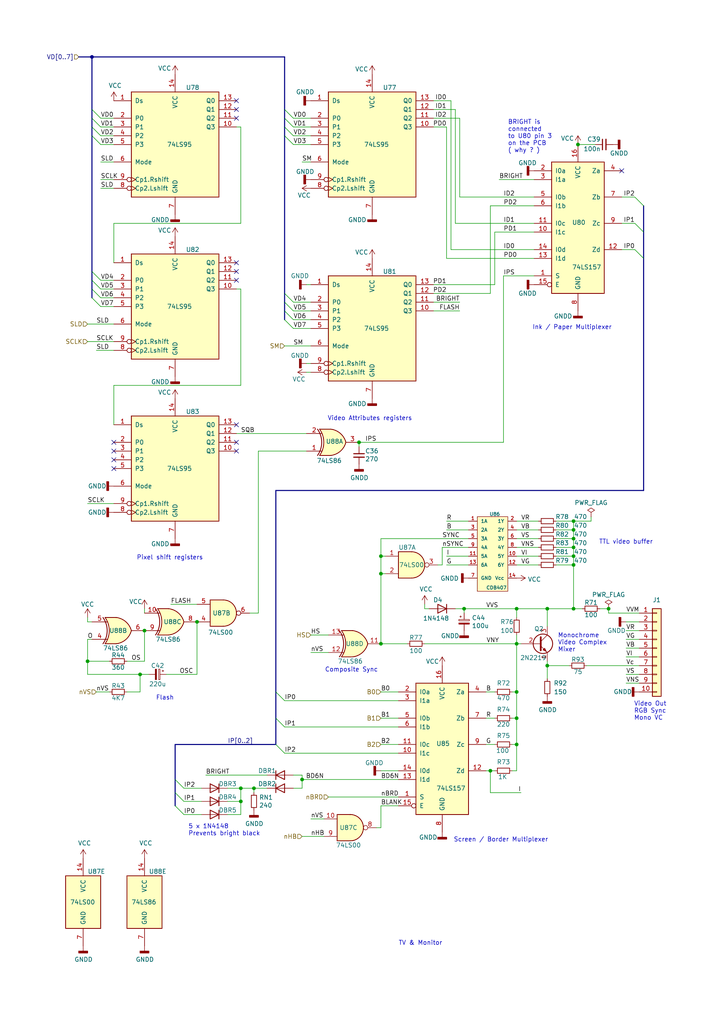
<source format=kicad_sch>
(kicad_sch (version 20230121) (generator eeschema)
  (paper "A4" portrait)
  (lib_symbols
    (symbol "74xx:74LS00" (pin_names (offset 1.016))
      (property "Reference" "U" (at 0 1.27 0))
      (property "Value" "74LS00" (at 0 -1.27 0))
      (symbol "74LS00_1_1"
        (pin input line (at -7.62 2.54 0) (length 3.81) (name "~") (number "1"))
        (pin input line (at -7.62 -2.54 0) (length 3.81) (name "~") (number "2"))
        (pin output inverted (at 7.62 0 180) (length 3.81) (name "~") (number "3"))
      )
      (symbol "74LS00_1_2"
        (pin input inverted (at -7.62 2.54 0) (length 4.318) (name "~") (number "1"))
        (pin input inverted (at -7.62 -2.54 0) (length 4.318) (name "~") (number "2"))
        (pin output line (at 7.62 0 180) (length 3.81) (name "~") (number "3"))
      )
      (symbol "74LS00_2_1"
        (pin input line (at -7.62 2.54 0) (length 3.81) (name "~") (number "4"))
        (pin input line (at -7.62 -2.54 0) (length 3.81) (name "~") (number "5"))
        (pin output inverted (at 7.62 0 180) (length 3.81) (name "~") (number "6"))
      )
      (symbol "74LS00_2_2"
        (pin input inverted (at -7.62 2.54 0) (length 4.318) (name "~") (number "4"))
        (pin input inverted (at -7.62 -2.54 0) (length 4.318) (name "~") (number "5"))
        (pin output line (at 7.62 0 180) (length 3.81) (name "~") (number "6"))
      )
      (symbol "74LS00_3_1"
        (pin input line (at -7.62 -2.54 0) (length 3.81) (name "~") (number "10"))
        (pin output inverted (at 7.62 0 180) (length 3.81) (name "~") (number "8"))
        (pin input line (at -7.62 2.54 0) (length 3.81) (name "~") (number "9"))
      )
      (symbol "74LS00_3_2"
        (pin input inverted (at -7.62 -2.54 0) (length 4.318) (name "~") (number "10"))
        (pin output line (at 7.62 0 180) (length 3.81) (name "~") (number "8"))
        (pin input inverted (at -7.62 2.54 0) (length 4.318) (name "~") (number "9"))
      )
      (symbol "74LS00_4_1"
        (pin output inverted (at 7.62 0 180) (length 3.81) (name "~") (number "11"))
        (pin input line (at -7.62 2.54 0) (length 3.81) (name "~") (number "12"))
        (pin input line (at -7.62 -2.54 0) (length 3.81) (name "~") (number "13"))
      )
      (symbol "74LS00_4_2"
        (pin output line (at 7.62 0 180) (length 3.81) (name "~") (number "11"))
        (pin input inverted (at -7.62 2.54 0) (length 4.318) (name "~") (number "12"))
        (pin input inverted (at -7.62 -2.54 0) (length 4.318) (name "~") (number "13"))
      )
      (symbol "74LS00_5_0"
        (pin power_in line (at 0 12.7 270) (length 5.08) (name "VCC") (number "14"))
        (pin power_in line (at 0 -12.7 90) (length 5.08) (name "GND") (number "7"))
      )
    )
    (symbol "74xx:74LS157" (pin_names (offset 1.016))
      (property "Reference" "U" (at -7.62 19.05 0))
      (property "Value" "74LS157" (at -7.62 -21.59 0))
      (symbol "74LS157_1_0"
        (pin input line (at -12.7 -15.24 0) (length 5.08) (name "S") (number "1"))
        (pin input line (at -12.7 -2.54 0) (length 5.08) (name "I1c") (number "10"))
        (pin input line (at -12.7 0 0) (length 5.08) (name "I0c") (number "11"))
        (pin output line (at 12.7 -7.62 180) (length 5.08) (name "Zd") (number "12"))
        (pin input line (at -12.7 -10.16 0) (length 5.08) (name "I1d") (number "13"))
        (pin input line (at -12.7 -7.62 0) (length 5.08) (name "I0d") (number "14"))
        (pin input inverted (at -12.7 -17.78 0) (length 5.08) (name "E") (number "15"))
        (pin power_in line (at 0 22.86 270) (length 5.08) (name "VCC") (number "16"))
        (pin input line (at -12.7 15.24 0) (length 5.08) (name "I0a") (number "2"))
        (pin input line (at -12.7 12.7 0) (length 5.08) (name "I1a") (number "3"))
        (pin output line (at 12.7 15.24 180) (length 5.08) (name "Za") (number "4"))
        (pin input line (at -12.7 7.62 0) (length 5.08) (name "I0b") (number "5"))
        (pin input line (at -12.7 5.08 0) (length 5.08) (name "I1b") (number "6"))
        (pin output line (at 12.7 7.62 180) (length 5.08) (name "Zb") (number "7"))
        (pin power_in line (at 0 -25.4 90) (length 5.08) (name "GND") (number "8"))
        (pin output line (at 12.7 0 180) (length 5.08) (name "Zc") (number "9"))
      )
    )
    (symbol "74xx:74LS86" (pin_names (offset 1.016))
      (property "Reference" "U" (at 0 1.27 0))
      (property "Value" "74LS86" (at 0 -1.27 0))
      (symbol "74LS86_1_0"
        (pin input line (at -7.62 2.54 0) (length 4.445) (name "~") (number "1"))
        (pin input line (at -7.62 -2.54 0) (length 4.445) (name "~") (number "2"))
        (pin output line (at 7.62 0 180) (length 3.81) (name "~") (number "3"))
      )
      (symbol "74LS86_2_0"
        (pin input line (at -7.62 2.54 0) (length 4.445) (name "~") (number "4"))
        (pin input line (at -7.62 -2.54 0) (length 4.445) (name "~") (number "5"))
        (pin output line (at 7.62 0 180) (length 3.81) (name "~") (number "6"))
      )
      (symbol "74LS86_3_0"
        (pin input line (at -7.62 -2.54 0) (length 4.445) (name "~") (number "10"))
        (pin output line (at 7.62 0 180) (length 3.81) (name "~") (number "8"))
        (pin input line (at -7.62 2.54 0) (length 4.445) (name "~") (number "9"))
      )
      (symbol "74LS86_4_0"
        (pin output line (at 7.62 0 180) (length 3.81) (name "~") (number "11"))
        (pin input line (at -7.62 2.54 0) (length 4.445) (name "~") (number "12"))
        (pin input line (at -7.62 -2.54 0) (length 4.445) (name "~") (number "13"))
      )
      (symbol "74LS86_5_0"
        (pin power_in line (at 0 12.7 270) (length 5.08) (name "VCC") (number "14"))
        (pin power_in line (at 0 -12.7 90) (length 5.08) (name "GND") (number "7"))
      )
    )
    (symbol "74xx:74LS95" (pin_names (offset 1.016))
      (property "Reference" "U" (at -7.62 16.51 0))
      (property "Value" "74LS95" (at -7.62 -16.51 0))
      (symbol "74LS95_1_0"
        (pin input line (at -17.78 12.7 0) (length 5.08) (name "Ds") (number "1"))
        (pin output line (at 17.78 5.08 180) (length 5.08) (name "Q3") (number "10"))
        (pin output line (at 17.78 7.62 180) (length 5.08) (name "Q2") (number "11"))
        (pin output line (at 17.78 10.16 180) (length 5.08) (name "Q1") (number "12"))
        (pin output line (at 17.78 12.7 180) (length 5.08) (name "Q0") (number "13"))
        (pin power_in line (at 0 20.32 270) (length 5.08) (name "VCC") (number "14"))
        (pin input line (at -17.78 7.62 0) (length 5.08) (name "P0") (number "2"))
        (pin input line (at -17.78 5.08 0) (length 5.08) (name "P1") (number "3"))
        (pin input line (at -17.78 2.54 0) (length 5.08) (name "P2") (number "4"))
        (pin input line (at -17.78 0 0) (length 5.08) (name "P3") (number "5"))
        (pin input line (at -17.78 -5.08 0) (length 5.08) (name "Mode") (number "6"))
        (pin power_in line (at 0 -20.32 90) (length 5.08) (name "GND") (number "7"))
        (pin input inverted_clock (at -17.78 -12.7 0) (length 5.08) (name "Cp2.Lshift") (number "8"))
        (pin input inverted_clock (at -17.78 -10.16 0) (length 5.08) (name "Cp1.Rshift") (number "9"))
      )
    )
    (symbol "Connector_Generic:Conn_01x10" (pin_names (offset 1.016) hide)
      (property "Reference" "J" (at 0 12.7 0))
      (property "Value" "Conn_01x10" (at 0 -15.24 0))
      (symbol "Conn_01x10_1_1"
        (pin passive line (at -5.08 10.16 0) (length 3.81) (name "Pin_1") (number "1"))
        (pin passive line (at -5.08 -12.7 0) (length 3.81) (name "Pin_10") (number "10"))
        (pin passive line (at -5.08 7.62 0) (length 3.81) (name "Pin_2") (number "2"))
        (pin passive line (at -5.08 5.08 0) (length 3.81) (name "Pin_3") (number "3"))
        (pin passive line (at -5.08 2.54 0) (length 3.81) (name "Pin_4") (number "4"))
        (pin passive line (at -5.08 0 0) (length 3.81) (name "Pin_5") (number "5"))
        (pin passive line (at -5.08 -2.54 0) (length 3.81) (name "Pin_6") (number "6"))
        (pin passive line (at -5.08 -5.08 0) (length 3.81) (name "Pin_7") (number "7"))
        (pin passive line (at -5.08 -7.62 0) (length 3.81) (name "Pin_8") (number "8"))
        (pin passive line (at -5.08 -10.16 0) (length 3.81) (name "Pin_9") (number "9"))
      )
    )
    (symbol "Device:C_Polarized_Small" (pin_numbers hide) (pin_names (offset 0.254) hide)
      (property "Reference" "C" (at 0.254 1.778 0))
      (property "Value" "C_Polarized_Small" (at 0.254 -2.032 0))
      (symbol "C_Polarized_Small_1_1"
        (pin passive line (at 0 2.54 270) (length 1.8542) (name "~") (number "1"))
        (pin passive line (at 0 -2.54 90) (length 1.8542) (name "~") (number "2"))
      )
    )
    (symbol "Device:C_Small" (pin_numbers hide) (pin_names (offset 0.254) hide)
      (property "Reference" "C" (at 0.254 1.778 0))
      (property "Value" "C_Small" (at 0.254 -2.032 0))
      (symbol "C_Small_1_1"
        (pin passive line (at 0 2.54 270) (length 2.032) (name "~") (number "1"))
        (pin passive line (at 0 -2.54 90) (length 2.032) (name "~") (number "2"))
      )
    )
    (symbol "Device:R_Small" (pin_numbers hide) (pin_names (offset 0.254) hide)
      (property "Reference" "R" (at 0.762 0.508 0))
      (property "Value" "R_Small" (at 0.762 -1.016 0))
      (symbol "R_Small_1_1"
        (pin passive line (at 0 2.54 270) (length 0.762) (name "~") (number "1"))
        (pin passive line (at 0 -2.54 90) (length 0.762) (name "~") (number "2"))
      )
    )
    (symbol "Diode:1N4148" (pin_numbers hide) (pin_names hide)
      (property "Reference" "D" (at 0 2.54 0))
      (property "Value" "1N4148" (at 0 -2.54 0))
      (symbol "1N4148_1_1"
        (pin passive line (at -3.81 0 0) (length 2.54) (name "K") (number "1"))
        (pin passive line (at 3.81 0 180) (length 2.54) (name "A") (number "2"))
      )
    )
    (symbol "Transistor_BJT:2N2219" (pin_names (offset 0) hide)
      (property "Reference" "Q" (at 5.08 1.905 0))
      (property "Value" "2N2219" (at 5.08 0 0))
      (symbol "2N2219_1_1"
        (pin passive line (at 2.54 -5.08 90) (length 2.54) (name "E") (number "1"))
        (pin passive line (at -5.08 0 0) (length 5.715) (name "B") (number "2"))
        (pin passive line (at 2.54 5.08 270) (length 2.54) (name "C") (number "3"))
      )
    )
    (symbol "cobra_original:CDB407" (pin_names (offset 1.016))
      (property "Reference" "U" (at -3.81 1.27 0))
      (property "Value" "CDB407" (at -1.27 -20.32 0))
      (symbol "CDB407_1_1"
        (pin input line (at -7.62 -1.27 0) (length 2.54) (name "1A") (number "1"))
        (pin open_collector line (at 6.35 -11.43 180) (length 2.54) (name "5Y") (number "10"))
        (pin input line (at -7.62 -11.43 0) (length 2.54) (name "5A") (number "11"))
        (pin open_collector line (at 6.35 -13.97 180) (length 2.54) (name "6Y") (number "12"))
        (pin input line (at -7.62 -13.97 0) (length 2.54) (name "6A") (number "13"))
        (pin power_in line (at 6.35 -17.78 180) (length 2.54) (name "Vcc") (number "14"))
        (pin open_collector line (at 6.35 -1.27 180) (length 2.54) (name "1Y") (number "2"))
        (pin input line (at -7.62 -3.81 0) (length 2.54) (name "2A") (number "3"))
        (pin open_collector line (at 6.35 -3.81 180) (length 2.54) (name "2Y") (number "4"))
        (pin input line (at -7.62 -6.35 0) (length 2.54) (name "3A") (number "5"))
        (pin open_collector line (at 6.35 -6.35 180) (length 2.54) (name "3Y") (number "6"))
        (pin power_in line (at -7.62 -17.78 0) (length 2.54) (name "GND") (number "7"))
        (pin open_collector line (at 6.35 -8.89 180) (length 2.54) (name "4Y") (number "8"))
        (pin input line (at -7.62 -8.89 0) (length 2.54) (name "4A") (number "9"))
      )
    )
    (symbol "power:GNDD" (power) (pin_names (offset 0))
      (property "Value" "GNDD" (at 0 -3.175 0))
      (symbol "GNDD_1_1"
        (pin power_in line (at 0 0 270) (length 0) hide (name "GNDD") (number "1"))
      )
    )
    (symbol "power:PWR_FLAG" (power) (pin_numbers hide) (pin_names (offset 0) hide)
      (property "Value" "PWR_FLAG" (at 0 3.81 0))
      (symbol "PWR_FLAG_0_0"
        (pin power_out line (at 0 0 90) (length 0) (name "pwr") (number "1"))
      )
    )
    (symbol "power:VCC" (power) (pin_names (offset 0))
      (property "Value" "VCC" (at 0 3.81 0))
      (symbol "VCC_1_1"
        (pin power_in line (at 0 0 90) (length 0) hide (name "VCC") (number "1"))
      )
    )
  )
  (junction (at 166.37 153.67))
  (junction (at 149.86 186.69))
  (junction (at 166.37 161.29))
  (junction (at 110.49 161.29))
  (junction (at 73.66 228.6))
  (junction (at 158.75 176.53))
  (junction (at 167.64 41.91))
  (junction (at 149.86 208.28))
  (junction (at 149.86 176.53))
  (junction (at 69.85 232.41))
  (junction (at 110.49 186.69))
  (junction (at 26.67 16.51))
  (junction (at 104.14 128.27))
  (junction (at 57.15 180.34))
  (junction (at 142.24 223.52))
  (junction (at 69.85 228.6))
  (junction (at 158.75 193.04))
  (junction (at 166.37 151.13))
  (junction (at 134.62 176.53))
  (junction (at 25.4 191.77))
  (junction (at 110.49 166.37))
  (junction (at 166.37 156.21))
  (junction (at 149.86 215.9))
  (junction (at 176.53 176.53))
  (junction (at 166.37 176.53))
  (junction (at 41.91 182.88))
  (junction (at 87.63 226.06))
  (junction (at 166.37 158.75))
  (junction (at 149.86 200.66))
  (junction (at 166.37 163.83))
  (junction (at 40.64 195.58))
  (no_connect (at 68.58 31.75))
  (no_connect (at 68.58 29.21))
  (no_connect (at 68.58 76.2))
  (no_connect (at 68.58 78.74))
  (no_connect (at 68.58 81.28))
  (no_connect (at 33.02 130.81))
  (no_connect (at 33.02 133.35))
  (no_connect (at 33.02 135.89))
  (no_connect (at 68.58 34.29))
  (no_connect (at 33.02 128.27))
  (no_connect (at 68.58 128.27))
  (no_connect (at 68.58 123.19))
  (no_connect (at 68.58 130.81))
  (no_connect (at 180.34 49.53))
  (bus_entry (at 82.55 90.17) (size 2.54 2.54))
  (bus_entry (at 50.8 226.06) (size 2.54 2.54))
  (bus_entry (at 82.55 34.29) (size 2.54 2.54))
  (bus_entry (at 82.55 92.71) (size 2.54 2.54))
  (bus_entry (at 26.67 34.29) (size 2.54 2.54))
  (bus_entry (at 26.67 31.75) (size 2.54 2.54))
  (bus_entry (at 26.67 83.82) (size 2.54 2.54))
  (bus_entry (at 184.15 57.15) (size 2.54 2.54))
  (bus_entry (at 82.55 31.75) (size 2.54 2.54))
  (bus_entry (at 26.67 39.37) (size 2.54 2.54))
  (bus_entry (at 184.15 72.39) (size 2.54 2.54))
  (bus_entry (at 80.01 215.9) (size 2.54 2.54))
  (bus_entry (at 26.67 81.28) (size 2.54 2.54))
  (bus_entry (at 26.67 86.36) (size 2.54 2.54))
  (bus_entry (at 82.55 36.83) (size 2.54 2.54))
  (bus_entry (at 82.55 85.09) (size 2.54 2.54))
  (bus_entry (at 50.8 229.87) (size 2.54 2.54))
  (bus_entry (at 82.55 39.37) (size 2.54 2.54))
  (bus_entry (at 80.01 208.28) (size 2.54 2.54))
  (bus_entry (at 80.01 200.66) (size 2.54 2.54))
  (bus_entry (at 184.15 64.77) (size 2.54 2.54))
  (bus_entry (at 50.8 233.68) (size 2.54 2.54))
  (bus_entry (at 82.55 87.63) (size 2.54 2.54))
  (bus_entry (at 26.67 78.74) (size 2.54 2.54))
  (bus_entry (at 26.67 36.83) (size 2.54 2.54))
  (wire (pts (xy 149.86 186.69) (xy 149.86 200.66)))
  (bus (pts (xy 26.67 16.51) (xy 26.67 31.75)))
  (wire (pts (xy 33.02 36.83) (xy 29.21 36.83)))
  (wire (pts (xy 132.08 176.53) (xy 134.62 176.53)))
  (wire (pts (xy 124.46 176.53) (xy 123.19 176.53)))
  (bus (pts (xy 26.67 39.37) (xy 26.67 78.74)))
  (wire (pts (xy 176.53 177.8) (xy 185.42 177.8)))
  (wire (pts (xy 90.17 90.17) (xy 85.09 90.17)))
  (wire (pts (xy 149.86 161.29) (xy 156.21 161.29)))
  (wire (pts (xy 123.19 176.53) (xy 123.19 175.26)))
  (wire (pts (xy 73.66 228.6) (xy 77.47 228.6)))
  (wire (pts (xy 33.02 34.29) (xy 29.21 34.29)))
  (bus (pts (xy 26.67 81.28) (xy 26.67 83.82)))
  (wire (pts (xy 158.75 176.53) (xy 166.37 176.53)))
  (wire (pts (xy 33.02 146.05) (xy 25.4 146.05)))
  (wire (pts (xy 33.02 83.82) (xy 29.21 83.82)))
  (wire (pts (xy 144.78 52.07) (xy 154.94 52.07)))
  (wire (pts (xy 110.49 156.21) (xy 135.89 156.21)))
  (wire (pts (xy 110.49 161.29) (xy 110.49 156.21)))
  (wire (pts (xy 132.08 64.77) (xy 132.08 31.75)))
  (wire (pts (xy 149.86 156.21) (xy 156.21 156.21)))
  (wire (pts (xy 166.37 153.67) (xy 166.37 156.21)))
  (wire (pts (xy 142.24 59.69) (xy 154.94 59.69)))
  (wire (pts (xy 90.17 82.55) (xy 88.9 82.55)))
  (wire (pts (xy 181.61 195.58) (xy 185.42 195.58)))
  (wire (pts (xy 149.86 158.75) (xy 156.21 158.75)))
  (wire (pts (xy 74.93 130.81) (xy 74.93 177.8)))
  (wire (pts (xy 25.4 191.77) (xy 25.4 185.42)))
  (bus (pts (xy 82.55 87.63) (xy 82.55 90.17)))
  (wire (pts (xy 140.97 215.9) (xy 143.51 215.9)))
  (bus (pts (xy 80.01 208.28) (xy 80.01 215.9)))
  (wire (pts (xy 181.61 185.42) (xy 185.42 185.42)))
  (wire (pts (xy 40.64 195.58) (xy 43.18 195.58)))
  (bus (pts (xy 26.67 16.51) (xy 82.55 16.51)))
  (wire (pts (xy 149.86 208.28) (xy 149.86 215.9)))
  (wire (pts (xy 69.85 83.82) (xy 69.85 111.76)))
  (wire (pts (xy 69.85 228.6) (xy 69.85 232.41)))
  (wire (pts (xy 87.63 46.99) (xy 90.17 46.99)))
  (wire (pts (xy 68.58 83.82) (xy 69.85 83.82)))
  (wire (pts (xy 166.37 156.21) (xy 166.37 158.75)))
  (wire (pts (xy 25.4 180.34) (xy 26.67 180.34)))
  (wire (pts (xy 57.15 175.26) (xy 49.53 175.26)))
  (wire (pts (xy 148.59 208.28) (xy 149.86 208.28)))
  (wire (pts (xy 143.51 67.31) (xy 154.94 67.31)))
  (wire (pts (xy 110.49 240.03) (xy 110.49 233.68)))
  (wire (pts (xy 180.34 64.77) (xy 184.15 64.77)))
  (wire (pts (xy 125.73 29.21) (xy 130.81 29.21)))
  (wire (pts (xy 104.14 129.54) (xy 104.14 128.27)))
  (bus (pts (xy 82.55 34.29) (xy 82.55 36.83)))
  (wire (pts (xy 181.61 190.5) (xy 185.42 190.5)))
  (bus (pts (xy 50.8 215.9) (xy 50.8 226.06)))
  (wire (pts (xy 36.83 200.66) (xy 40.64 200.66)))
  (wire (pts (xy 33.02 81.28) (xy 29.21 81.28)))
  (wire (pts (xy 149.86 179.07) (xy 149.86 176.53)))
  (wire (pts (xy 110.49 215.9) (xy 115.57 215.9)))
  (wire (pts (xy 142.24 223.52) (xy 143.51 223.52)))
  (wire (pts (xy 161.29 163.83) (xy 166.37 163.83)))
  (bus (pts (xy 186.69 142.24) (xy 80.01 142.24)))
  (wire (pts (xy 58.42 228.6) (xy 53.34 228.6)))
  (wire (pts (xy 146.05 80.01) (xy 154.94 80.01)))
  (wire (pts (xy 87.63 224.79) (xy 87.63 226.06)))
  (wire (pts (xy 88.9 130.81) (xy 74.93 130.81)))
  (wire (pts (xy 58.42 232.41) (xy 53.34 232.41)))
  (wire (pts (xy 125.73 85.09) (xy 142.24 85.09)))
  (wire (pts (xy 90.17 34.29) (xy 85.09 34.29)))
  (wire (pts (xy 82.55 210.82) (xy 115.57 210.82)))
  (wire (pts (xy 25.4 185.42) (xy 26.67 185.42)))
  (bus (pts (xy 22.86 16.51) (xy 26.67 16.51)))
  (wire (pts (xy 149.86 163.83) (xy 156.21 163.83)))
  (wire (pts (xy 48.26 195.58) (xy 57.15 195.58)))
  (wire (pts (xy 161.29 158.75) (xy 166.37 158.75)))
  (wire (pts (xy 110.49 161.29) (xy 110.49 166.37)))
  (wire (pts (xy 29.21 46.99) (xy 33.02 46.99)))
  (wire (pts (xy 40.64 195.58) (xy 40.64 200.66)))
  (wire (pts (xy 69.85 111.76) (xy 33.02 111.76)))
  (wire (pts (xy 171.45 151.13) (xy 166.37 151.13)))
  (wire (pts (xy 82.55 100.33) (xy 90.17 100.33)))
  (wire (pts (xy 74.93 177.8) (xy 72.39 177.8)))
  (wire (pts (xy 33.02 88.9) (xy 29.21 88.9)))
  (wire (pts (xy 149.86 186.69) (xy 151.13 186.69)))
  (wire (pts (xy 140.97 200.66) (xy 143.51 200.66)))
  (wire (pts (xy 158.75 176.53) (xy 158.75 181.61)))
  (wire (pts (xy 90.17 87.63) (xy 85.09 87.63)))
  (wire (pts (xy 148.59 223.52) (xy 149.86 223.52)))
  (wire (pts (xy 161.29 156.21) (xy 166.37 156.21)))
  (wire (pts (xy 149.86 151.13) (xy 156.21 151.13)))
  (wire (pts (xy 110.49 166.37) (xy 111.76 166.37)))
  (bus (pts (xy 26.67 31.75) (xy 26.67 34.29)))
  (wire (pts (xy 109.22 240.03) (xy 110.49 240.03)))
  (wire (pts (xy 41.91 177.8) (xy 41.91 176.53)))
  (wire (pts (xy 134.62 176.53) (xy 149.86 176.53)))
  (wire (pts (xy 110.49 161.29) (xy 111.76 161.29)))
  (wire (pts (xy 166.37 158.75) (xy 166.37 161.29)))
  (wire (pts (xy 130.81 72.39) (xy 130.81 29.21)))
  (wire (pts (xy 149.86 200.66) (xy 149.86 208.28)))
  (wire (pts (xy 25.4 195.58) (xy 25.4 191.77)))
  (wire (pts (xy 167.64 41.91) (xy 172.72 41.91)))
  (wire (pts (xy 90.17 237.49) (xy 93.98 237.49)))
  (wire (pts (xy 104.14 128.27) (xy 146.05 128.27)))
  (wire (pts (xy 158.75 193.04) (xy 165.1 193.04)))
  (wire (pts (xy 90.17 39.37) (xy 85.09 39.37)))
  (wire (pts (xy 133.35 57.15) (xy 133.35 34.29)))
  (wire (pts (xy 29.21 52.07) (xy 33.02 52.07)))
  (wire (pts (xy 161.29 151.13) (xy 166.37 151.13)))
  (wire (pts (xy 33.02 76.2) (xy 33.02 64.77)))
  (wire (pts (xy 146.05 128.27) (xy 146.05 80.01)))
  (bus (pts (xy 50.8 229.87) (xy 50.8 233.68)))
  (wire (pts (xy 85.09 228.6) (xy 87.63 228.6)))
  (wire (pts (xy 158.75 193.04) (xy 158.75 196.85)))
  (wire (pts (xy 90.17 95.25) (xy 85.09 95.25)))
  (wire (pts (xy 149.86 223.52) (xy 149.86 215.9)))
  (wire (pts (xy 29.21 54.61) (xy 33.02 54.61)))
  (wire (pts (xy 90.17 36.83) (xy 85.09 36.83)))
  (wire (pts (xy 82.55 218.44) (xy 115.57 218.44)))
  (wire (pts (xy 25.4 93.98) (xy 33.02 93.98)))
  (wire (pts (xy 149.86 176.53) (xy 158.75 176.53)))
  (wire (pts (xy 181.61 198.12) (xy 185.42 198.12)))
  (wire (pts (xy 25.4 191.77) (xy 31.75 191.77)))
  (wire (pts (xy 33.02 64.77) (xy 69.85 64.77)))
  (wire (pts (xy 143.51 67.31) (xy 143.51 82.55)))
  (wire (pts (xy 129.54 36.83) (xy 129.54 74.93)))
  (wire (pts (xy 148.59 215.9) (xy 149.86 215.9)))
  (wire (pts (xy 128.27 158.75) (xy 135.89 158.75)))
  (wire (pts (xy 33.02 39.37) (xy 29.21 39.37)))
  (wire (pts (xy 33.02 111.76) (xy 33.02 123.19)))
  (wire (pts (xy 181.61 180.34) (xy 185.42 180.34)))
  (wire (pts (xy 66.04 232.41) (xy 69.85 232.41)))
  (wire (pts (xy 170.18 193.04) (xy 185.42 193.04)))
  (wire (pts (xy 57.15 195.58) (xy 57.15 180.34)))
  (wire (pts (xy 90.17 105.41) (xy 88.9 105.41)))
  (bus (pts (xy 186.69 67.31) (xy 186.69 74.93)))
  (wire (pts (xy 66.04 236.22) (xy 69.85 236.22)))
  (wire (pts (xy 166.37 163.83) (xy 166.37 176.53)))
  (bus (pts (xy 82.55 16.51) (xy 82.55 31.75)))
  (wire (pts (xy 25.4 180.34) (xy 25.4 179.07)))
  (wire (pts (xy 33.02 101.6) (xy 27.94 101.6)))
  (wire (pts (xy 110.49 233.68) (xy 115.57 233.68)))
  (wire (pts (xy 66.04 228.6) (xy 69.85 228.6)))
  (wire (pts (xy 95.25 189.23) (xy 90.17 189.23)))
  (wire (pts (xy 180.34 72.39) (xy 184.15 72.39)))
  (bus (pts (xy 186.69 59.69) (xy 186.69 67.31)))
  (wire (pts (xy 166.37 176.53) (xy 168.91 176.53)))
  (wire (pts (xy 142.24 229.87) (xy 151.13 229.87)))
  (wire (pts (xy 125.73 82.55) (xy 143.51 82.55)))
  (wire (pts (xy 149.86 153.67) (xy 156.21 153.67)))
  (wire (pts (xy 31.75 200.66) (xy 27.94 200.66)))
  (wire (pts (xy 125.73 36.83) (xy 129.54 36.83)))
  (bus (pts (xy 82.55 31.75) (xy 82.55 34.29)))
  (wire (pts (xy 87.63 226.06) (xy 115.57 226.06)))
  (wire (pts (xy 69.85 64.77) (xy 69.85 36.83)))
  (wire (pts (xy 166.37 161.29) (xy 166.37 163.83)))
  (wire (pts (xy 129.54 74.93) (xy 154.94 74.93)))
  (bus (pts (xy 82.55 90.17) (xy 82.55 92.71)))
  (wire (pts (xy 110.49 223.52) (xy 115.57 223.52)))
  (wire (pts (xy 171.45 149.86) (xy 171.45 151.13)))
  (wire (pts (xy 110.49 200.66) (xy 115.57 200.66)))
  (wire (pts (xy 142.24 59.69) (xy 142.24 85.09)))
  (wire (pts (xy 110.49 208.28) (xy 115.57 208.28)))
  (wire (pts (xy 69.85 228.6) (xy 73.66 228.6)))
  (wire (pts (xy 90.17 41.91) (xy 85.09 41.91)))
  (wire (pts (xy 87.63 242.57) (xy 93.98 242.57)))
  (wire (pts (xy 142.24 223.52) (xy 142.24 229.87)))
  (wire (pts (xy 134.62 177.8) (xy 134.62 176.53)))
  (wire (pts (xy 158.75 191.77) (xy 158.75 193.04)))
  (wire (pts (xy 129.54 151.13) (xy 135.89 151.13)))
  (bus (pts (xy 50.8 215.9) (xy 80.01 215.9)))
  (wire (pts (xy 125.73 87.63) (xy 133.35 87.63)))
  (wire (pts (xy 110.49 186.69) (xy 118.11 186.69)))
  (wire (pts (xy 36.83 191.77) (xy 41.91 191.77)))
  (wire (pts (xy 125.73 31.75) (xy 132.08 31.75)))
  (wire (pts (xy 132.08 64.77) (xy 154.94 64.77)))
  (wire (pts (xy 129.54 153.67) (xy 135.89 153.67)))
  (wire (pts (xy 110.49 166.37) (xy 110.49 186.69)))
  (wire (pts (xy 161.29 161.29) (xy 166.37 161.29)))
  (wire (pts (xy 25.4 99.06) (xy 33.02 99.06)))
  (wire (pts (xy 140.97 223.52) (xy 142.24 223.52)))
  (wire (pts (xy 25.4 195.58) (xy 40.64 195.58)))
  (wire (pts (xy 95.25 231.14) (xy 115.57 231.14)))
  (wire (pts (xy 130.81 72.39) (xy 154.94 72.39)))
  (wire (pts (xy 161.29 153.67) (xy 166.37 153.67)))
  (wire (pts (xy 73.66 229.87) (xy 73.66 228.6)))
  (wire (pts (xy 123.19 186.69) (xy 149.86 186.69)))
  (wire (pts (xy 95.25 184.15) (xy 90.17 184.15)))
  (wire (pts (xy 181.61 187.96) (xy 185.42 187.96)))
  (wire (pts (xy 82.55 203.2) (xy 115.57 203.2)))
  (bus (pts (xy 80.01 142.24) (xy 80.01 200.66)))
  (wire (pts (xy 33.02 86.36) (xy 29.21 86.36)))
  (wire (pts (xy 41.91 191.77) (xy 41.91 182.88)))
  (wire (pts (xy 90.17 92.71) (xy 85.09 92.71)))
  (bus (pts (xy 82.55 39.37) (xy 82.55 85.09)))
  (bus (pts (xy 186.69 74.93) (xy 186.69 142.24)))
  (wire (pts (xy 33.02 41.91) (xy 29.21 41.91)))
  (wire (pts (xy 176.53 176.53) (xy 176.53 177.8)))
  (wire (pts (xy 129.54 163.83) (xy 135.89 163.83)))
  (wire (pts (xy 85.09 224.79) (xy 87.63 224.79)))
  (wire (pts (xy 166.37 151.13) (xy 166.37 153.67)))
  (wire (pts (xy 77.47 224.79) (xy 59.69 224.79)))
  (wire (pts (xy 133.35 57.15) (xy 154.94 57.15)))
  (bus (pts (xy 26.67 36.83) (xy 26.67 39.37)))
  (wire (pts (xy 127 163.83) (xy 128.27 163.83)))
  (wire (pts (xy 180.34 57.15) (xy 184.15 57.15)))
  (bus (pts (xy 82.55 85.09) (xy 82.55 87.63)))
  (wire (pts (xy 68.58 36.83) (xy 69.85 36.83)))
  (wire (pts (xy 173.99 176.53) (xy 176.53 176.53)))
  (wire (pts (xy 148.59 200.66) (xy 149.86 200.66)))
  (wire (pts (xy 68.58 125.73) (xy 88.9 125.73)))
  (wire (pts (xy 125.73 90.17) (xy 133.35 90.17)))
  (bus (pts (xy 26.67 78.74) (xy 26.67 81.28)))
  (wire (pts (xy 69.85 232.41) (xy 69.85 236.22)))
  (wire (pts (xy 140.97 208.28) (xy 143.51 208.28)))
  (wire (pts (xy 128.27 163.83) (xy 128.27 158.75)))
  (bus (pts (xy 26.67 83.82) (xy 26.67 86.36)))
  (wire (pts (xy 87.63 226.06) (xy 87.63 228.6)))
  (bus (pts (xy 82.55 36.83) (xy 82.55 39.37)))
  (bus (pts (xy 80.01 200.66) (xy 80.01 208.28)))
  (wire (pts (xy 125.73 34.29) (xy 133.35 34.29)))
  (wire (pts (xy 129.54 161.29) (xy 135.89 161.29)))
  (bus (pts (xy 26.67 34.29) (xy 26.67 36.83)))
  (wire (pts (xy 149.86 184.15) (xy 149.86 186.69)))
  (wire (pts (xy 58.42 236.22) (xy 53.34 236.22)))
  (wire (pts (xy 90.17 107.95) (xy 88.9 107.95)))
  (bus (pts (xy 50.8 226.06) (xy 50.8 229.87)))
  (wire (pts (xy 181.61 182.88) (xy 185.42 182.88)))
  (text "Monochrome \nVideo Complex\nMixer" (at 161.798 189.23 0) (effects (font (size 1.27 1.27)) (justify left bottom)))
  (text "Video Out\nRGB Sync\nMono VC" (at 183.896 209.042 0) (effects (font (size 1.27 1.27)) (justify left bottom)))
  (text "Screen / Border Multiplexer" (at 131.572 244.348 0) (effects (font (size 1.27 1.27)) (justify left bottom)))
  (text "TV & Monitor" (at 115.57 274.32 0) (effects (font (size 1.27 1.27)) (justify left bottom)))
  (text "Pixel shift registers" (at 39.624 162.56 0) (effects (font (size 1.27 1.27)) (justify left bottom)))
  (text "5 x 1N4148\nPrevents bright black" (at 54.61 242.57 0) (effects (font (size 1.27 1.27)) (justify left bottom)))
  (text "TTL video buffer" (at 173.736 157.988 0) (effects (font (size 1.27 1.27)) (justify left bottom)))
  (text "Flash" (at 45.212 203.2 0) (effects (font (size 1.27 1.27)) (justify left bottom)))
  (text "Video Attributes registers" (at 94.996 122.174 0) (effects (font (size 1.27 1.27)) (justify left bottom)))
  (text "BRIGHT is \nconnected \nto U80 pin 3\non the PCB\n( why ? )" (at 147.32 44.45 0) (effects (font (size 1.27 1.27)) (justify left bottom)))
  (text "Composite Sync" (at 94.234 195.072 0) (effects (font (size 1.27 1.27)) (justify left bottom)))
  (text "Ink / Paper Multiplexer" (at 154.432 95.758 0) (effects (font (size 1.27 1.27)) (justify left bottom)))
  (label "VB" (at 151.13 153.67 0))
  (label "ID2" (at 146.05 57.15 0))
  (label "B" (at 140.97 200.66 0))
  (label "VR" (at 151.13 151.13 0))
  (label "ID2" (at 129.54 34.29 180))
  (label "I" (at 129.54 161.29 0))
  (label "VVM" (at 181.61 177.8 0))
  (label "VVS" (at 140.97 176.53 0))
  (label "OSC" (at 52.07 195.58 0))
  (label "ID1" (at 129.54 31.75 180))
  (label "G" (at 129.54 163.83 0))
  (label "ID0" (at 129.54 29.21 180))
  (label "IPS" (at 109.22 128.27 180))
  (label "VNS" (at 181.61 198.12 0))
  (label "PD2" (at 146.05 59.69 0))
  (label "SLD" (at 27.94 101.6 0))
  (label "VD0" (at 85.09 34.29 0))
  (label "R" (at 140.97 208.28 0))
  (label "VD0" (at 29.21 34.29 0))
  (label "SLD" (at 29.21 54.61 0))
  (label "VD5" (at 85.09 90.17 0))
  (label "PD0" (at 146.05 74.93 0))
  (label "IP0" (at 53.34 236.22 0))
  (label "PD1" (at 146.05 67.31 0))
  (label "O" (at 25.4 185.42 0))
  (label "VG" (at 151.13 163.83 0))
  (label "IP[0..2]" (at 66.04 215.9 0))
  (label "B0" (at 110.49 200.66 0))
  (label "FLASH" (at 49.53 175.26 0))
  (label "VNY" (at 144.78 186.69 180))
  (label "VS" (at 181.61 195.58 0))
  (label "SCLK" (at 25.4 146.05 0))
  (label "VD4" (at 29.21 81.28 0))
  (label "BRIGHT" (at 59.69 224.79 0))
  (label "VNS" (at 151.13 158.75 0))
  (label "IP1" (at 82.55 210.82 0))
  (label "I" (at 151.13 229.87 180))
  (label "SM" (at 87.63 46.99 0))
  (label "VD6" (at 29.21 86.36 0))
  (label "VD7" (at 85.09 95.25 0))
  (label "VD2" (at 29.21 39.37 0))
  (label "IP0" (at 82.55 203.2 0))
  (label "VD1" (at 29.21 36.83 0))
  (label "nBRD" (at 110.49 231.14 0))
  (label "BD6N" (at 93.98 226.06 180))
  (label "Vc" (at 181.61 193.04 0))
  (label "IP1" (at 184.15 64.77 180))
  (label "VI" (at 181.61 190.5 0))
  (label "VD3" (at 85.09 41.91 0))
  (label "nHB" (at 90.17 242.57 0))
  (label "PD2" (at 129.54 85.09 180))
  (label "VD4" (at 85.09 87.63 0))
  (label "IPS" (at 146.05 80.01 0))
  (label "IP2" (at 53.34 228.6 0))
  (label "nSYNC" (at 128.27 158.75 0))
  (label "ID0" (at 146.05 72.39 0))
  (label "PD0" (at 129.54 36.83 180))
  (label "IP2" (at 82.55 218.44 0))
  (label "VD7" (at 29.21 88.9 0))
  (label "SQB" (at 69.85 125.73 0))
  (label "B1" (at 110.49 208.28 0))
  (label "ID1" (at 146.05 64.77 0))
  (label "IP2" (at 184.15 57.15 180))
  (label "SYNC" (at 128.27 156.21 0))
  (label "IP0" (at 184.15 72.39 180))
  (label "SLD" (at 29.21 46.99 0))
  (label "VB" (at 181.61 187.96 0))
  (label "HS" (at 90.17 184.15 0))
  (label "nVS" (at 27.94 200.66 0))
  (label "B" (at 129.54 153.67 0))
  (label "R" (at 129.54 151.13 0))
  (label "SCLK" (at 29.21 52.07 0))
  (label "BD6N" (at 110.49 226.06 0))
  (label "G" (at 140.97 215.9 0))
  (label "VD6" (at 85.09 92.71 0))
  (label "OS" (at 38.1 191.77 0))
  (label "SCLK" (at 27.94 99.06 0))
  (label "nVS" (at 90.17 237.49 0))
  (label "VI" (at 151.13 161.29 0))
  (label "VR" (at 181.61 182.88 0))
  (label "BLANK" (at 110.49 233.68 0))
  (label "PD1" (at 129.54 82.55 180))
  (label "VS" (at 151.13 156.21 0))
  (label "B2" (at 110.49 215.9 0))
  (label "BRIGHT" (at 144.78 52.07 0))
  (label "SM" (at 85.09 100.33 0))
  (label "FLASH" (at 133.35 90.17 180))
  (label "VG" (at 181.61 185.42 0))
  (label "VD3" (at 29.21 41.91 0))
  (label "VD2" (at 85.09 39.37 0))
  (label "nVS" (at 90.17 189.23 0))
  (label "IP1" (at 53.34 232.41 0))
  (label "VD1" (at 85.09 36.83 0))
  (label "VD5" (at 29.21 83.82 0))
  (label "BRIGHT" (at 133.35 87.63 180))
  (label "SLD" (at 27.94 93.98 0))
  (hierarchical_label "B0" (shape input) (at 110.49 200.66 180))
  (hierarchical_label "B2" (shape input) (at 110.49 215.9 180))
  (hierarchical_label "B1" (shape input) (at 110.49 208.28 180))
  (hierarchical_label "nHB" (shape input) (at 87.63 242.57 180))
  (hierarchical_label "SM" (shape input) (at 82.55 100.33 180))
  (hierarchical_label "VD[0..7]" (shape input) (at 22.86 16.51 180))
  (hierarchical_label "HS" (shape input) (at 90.17 184.15 180))
  (hierarchical_label "nBRD" (shape input) (at 95.25 231.14 180))
  (hierarchical_label "SCLK" (shape input) (at 25.4 99.06 180))
  (hierarchical_label "SLD" (shape input) (at 25.4 93.98 180))
  (hierarchical_label "nVS" (shape input) (at 27.94 200.66 180))
  (symbol (lib_id "power:GNDD") (at 33.02 148.59 270) (unit 1)
    (property "Reference" "#PWR0409" (effects hide))
    (property "Value" "GNDD" (at 28.194 148.59 90))
  )
  (symbol (lib_id "Device:C_Small") (at 175.26 41.91 90) (unit 1)
    (property "Reference" "C39" (at 174.244 40.386 90) (effects (justify left)))
    (property "Value" "100n" (at 174.244 43.18 90) (effects (justify left)))
    (property "Footprint" "Cobra_original:C_THT_508_254" (effects hide))
  )
  (symbol (lib_id "power:GNDD") (at 177.8 41.91 90) (unit 1)
    (property "Reference" "#PWR0473" (effects hide))
    (property "Value" "GNDD" (at 179.578 44.45 90))
  )
  (symbol (lib_id "74xx:74LS95") (at 50.8 41.91 0) (unit 1)
    (property "Reference" "U78" (at 55.88 25.4 0))
    (property "Value" "74LS95" (at 52.07 41.91 0))
    (property "Footprint" "Cobra_original:DIP-14_W7.62mm" (effects hide))
    (property "Datasheet" "http://www.ti.com/lit/gpn/sn74LS95" (effects hide))
  )
  (symbol (lib_id "74xx:74LS95") (at 50.8 88.9 0) (unit 1)
    (property "Reference" "U82" (at 55.88 72.39 0))
    (property "Value" "74LS95" (at 52.07 88.9 0))
    (property "Footprint" "Cobra_original:DIP-14_W7.62mm" (effects hide))
    (property "Datasheet" "http://www.ti.com/lit/gpn/sn74LS95" (effects hide))
  )
  (symbol (lib_id "74xx:74LS95") (at 50.8 135.89 0) (unit 1)
    (property "Reference" "U83" (at 55.88 119.38 0))
    (property "Value" "74LS95" (at 52.07 135.89 0))
    (property "Footprint" "Cobra_original:DIP-14_W7.62mm" (effects hide))
    (property "Datasheet" "http://www.ti.com/lit/gpn/sn74LS95" (effects hide))
  )
  (symbol (lib_id "power:GNDD") (at 50.8 62.23 0) (unit 1)
    (property "Reference" "#PWR0109" (effects hide))
    (property "Value" "GNDD" (at 46.482 63.754 0))
  )
  (symbol (lib_id "power:GNDD") (at 50.8 109.22 0) (unit 1)
    (property "Reference" "#PWR0358" (effects hide))
    (property "Value" "GNDD" (at 46.482 110.744 0))
  )
  (symbol (lib_id "power:GNDD") (at 50.8 156.21 0) (unit 1)
    (property "Reference" "#PWR0359" (effects hide))
    (property "Value" "GNDD" (at 46.482 157.734 0))
  )
  (symbol (lib_id "power:VCC") (at 50.8 21.59 0) (unit 1)
    (property "Reference" "#PWR0360" (effects hide))
    (property "Value" "VCC" (at 47.752 19.812 0))
  )
  (symbol (lib_id "power:VCC") (at 50.8 68.58 0) (unit 1)
    (property "Reference" "#PWR0361" (effects hide))
    (property "Value" "VCC" (at 47.752 66.802 0))
  )
  (symbol (lib_id "power:VCC") (at 50.8 115.57 0) (unit 1)
    (property "Reference" "#PWR0362" (effects hide))
    (property "Value" "VCC" (at 47.752 113.792 0))
  )
  (symbol (lib_id "74xx:74LS95") (at 107.95 41.91 0) (unit 1)
    (property "Reference" "U77" (at 113.03 25.4 0))
    (property "Value" "74LS95" (at 109.22 41.91 0))
    (property "Footprint" "Cobra_original:DIP-14_W7.62mm" (effects hide))
    (property "Datasheet" "http://www.ti.com/lit/gpn/sn74LS95" (effects hide))
  )
  (symbol (lib_id "74xx:74LS95") (at 107.95 95.25 0) (unit 1)
    (property "Reference" "U81" (at 113.03 78.74 0))
    (property "Value" "74LS95" (at 109.22 95.25 0))
    (property "Footprint" "Cobra_original:DIP-14_W7.62mm" (effects hide))
    (property "Datasheet" "http://www.ti.com/lit/gpn/sn74LS95" (effects hide))
  )
  (symbol (lib_id "power:GNDD") (at 107.95 62.23 0) (unit 1)
    (property "Reference" "#PWR0363" (effects hide))
    (property "Value" "GNDD" (at 103.632 63.754 0))
  )
  (symbol (lib_id "power:GNDD") (at 107.95 115.57 0) (unit 1)
    (property "Reference" "#PWR0364" (effects hide))
    (property "Value" "GNDD" (at 103.632 117.094 0))
  )
  (symbol (lib_id "power:VCC") (at 107.95 21.59 0) (unit 1)
    (property "Reference" "#PWR0365" (effects hide))
    (property "Value" "VCC" (at 104.902 20.066 0))
  )
  (symbol (lib_id "power:VCC") (at 107.95 74.93 0) (unit 1)
    (property "Reference" "#PWR0366" (effects hide))
    (property "Value" "VCC" (at 104.902 73.152 0))
  )
  (symbol (lib_id "power:VCC") (at 33.02 29.21 0) (unit 1)
    (property "Reference" "#PWR0367" (effects hide))
    (property "Value" "VCC" (at 33.401 24.8158 0))
  )
  (symbol (lib_id "power:GNDD") (at 90.17 52.07 270) (unit 1)
    (property "Reference" "#PWR0368" (effects hide))
    (property "Value" "GNDD" (at 91.186 49.784 90) (effects (justify right)))
  )
  (symbol (lib_id "power:GNDD") (at 90.17 29.21 270) (unit 1)
    (property "Reference" "#PWR0369" (effects hide))
    (property "Value" "GNDD" (at 91.186 26.67 90) (effects (justify right)))
  )
  (symbol (lib_id "power:VCC") (at 88.9 107.95 90) (unit 1)
    (property "Reference" "#PWR0370" (effects hide))
    (property "Value" "VCC" (at 88.646 109.982 90) (effects (justify left)))
  )
  (symbol (lib_id "power:GNDD") (at 88.9 105.41 270) (unit 1)
    (property "Reference" "#PWR0371" (effects hide))
    (property "Value" "GNDD" (at 89.662 103.124 90) (effects (justify right)))
  )
  (symbol (lib_id "power:GNDD") (at 88.9 82.55 270) (unit 1)
    (property "Reference" "#PWR0372" (effects hide))
    (property "Value" "GNDD" (at 89.662 80.01 90) (effects (justify right)))
  )
  (symbol (lib_id "74xx:74LS86") (at 96.52 128.27 0) (mirror x) (unit 1)
    (property "Reference" "U88" (at 97.028 128.016 0))
    (property "Value" "74LS86" (at 95.504 133.604 0))
    (property "Footprint" "Cobra_original:DIP-14_W7.62mm" (effects hide))
    (property "Datasheet" "74xx/74ls86.pdf" (effects hide))
  )
  (symbol (lib_id "74xx:74LS86") (at 34.29 182.88 0) (mirror x) (unit 2)
    (property "Reference" "U88" (at 34.29 182.88 0))
    (property "Value" "74LS86" (at 33.528 187.96 0))
    (property "Footprint" "Cobra_original:DIP-14_W7.62mm" (effects hide))
    (property "Datasheet" "74xx/74ls86.pdf" (effects hide))
  )
  (symbol (lib_id "74xx:74LS86") (at 49.53 180.34 0) (mirror x) (unit 3)
    (property "Reference" "U88" (at 50.038 180.34 0))
    (property "Value" "74LS86" (at 48.768 185.42 0))
    (property "Footprint" "Cobra_original:DIP-14_W7.62mm" (effects hide))
    (property "Datasheet" "74xx/74ls86.pdf" (effects hide))
  )
  (symbol (lib_id "74xx:74LS86") (at 41.91 261.62 0) (unit 5)
    (property "Reference" "U88" (at 43.18 252.73 0) (effects (justify left)))
    (property "Value" "74LS86" (at 38.1 261.62 0) (effects (justify left)))
    (property "Footprint" "Cobra_original:DIP-14_W7.62mm" (effects hide))
    (property "Datasheet" "74xx/74ls86.pdf" (effects hide))
  )
  (symbol (lib_id "power:GNDD") (at 41.91 274.32 0) (unit 1)
    (property "Reference" "#PWR0373" (effects hide))
    (property "Value" "GNDD" (at 42.0116 278.257 0))
  )
  (symbol (lib_id "power:VCC") (at 41.91 248.92 0) (unit 1)
    (property "Reference" "#PWR0374" (effects hide))
    (property "Value" "VCC" (at 42.291 244.5258 0))
  )
  (symbol (lib_id "Device:R_Small") (at 34.29 191.77 90) (unit 1)
    (property "Reference" "R44" (at 34.29 189.992 90))
    (property "Value" "360" (at 34.29 193.548 90))
    (property "Footprint" "Cobra_original:R_Axial_DIN0204_L3.6mm_D1.6mm_P5.08mm_Horizontal" (effects hide))
  )
  (symbol (lib_id "Device:C_Polarized_Small") (at 45.72 195.58 270) (unit 1)
    (property "Reference" "C42" (at 45.72 193.04 90))
    (property "Value" "220u" (at 45.72 198.374 90))
    (property "Footprint" "Capacitor_THT:CP_Radial_D8.0mm_P5.00mm" (effects hide))
  )
  (symbol (lib_id "power:VCC") (at 25.4 179.07 0) (unit 1)
    (property "Reference" "#PWR0375" (effects hide))
    (property "Value" "VCC" (at 25.4 175.26 0))
  )
  (symbol (lib_id "power:VCC") (at 41.91 176.53 0) (unit 1)
    (property "Reference" "#PWR0376" (effects hide))
    (property "Value" "VCC" (at 39.37 174.498 0))
  )
  (symbol (lib_id "Device:R_Small") (at 34.29 200.66 270) (mirror x) (unit 1)
    (property "Reference" "R43" (at 34.29 198.882 90))
    (property "Value" "4K7" (at 34.29 202.438 90))
    (property "Footprint" "Cobra_original:R_Axial_DIN0204_L3.6mm_D1.6mm_P5.08mm_Horizontal" (effects hide))
  )
  (symbol (lib_id "74xx:74LS00") (at 64.77 177.8 0) (mirror x) (unit 2)
    (property "Reference" "U87" (at 64.262 177.8 0))
    (property "Value" "74LS00" (at 64.008 183.388 0))
    (property "Footprint" "Cobra_original:DIP-14_W7.62mm" (effects hide))
    (property "Datasheet" "http://www.ti.com/lit/gpn/sn74ls00" (effects hide))
  )
  (symbol (lib_id "74xx:74LS00") (at 101.6 240.03 0) (mirror x) (unit 3)
    (property "Reference" "U87" (at 101.092 240.03 0))
    (property "Value" "74LS00" (at 101.092 245.11 0))
    (property "Footprint" "Cobra_original:DIP-14_W7.62mm" (effects hide))
    (property "Datasheet" "http://www.ti.com/lit/gpn/sn74ls00" (effects hide))
  )
  (symbol (lib_id "74xx:74LS00") (at 24.13 261.62 0) (unit 5)
    (property "Reference" "U87" (at 25.4 252.73 0) (effects (justify left)))
    (property "Value" "74LS00" (at 20.32 261.62 0) (effects (justify left)))
    (property "Footprint" "Cobra_original:DIP-14_W7.62mm" (effects hide))
    (property "Datasheet" "http://www.ti.com/lit/gpn/sn74ls00" (effects hide))
  )
  (symbol (lib_id "Device:C_Small") (at 104.14 132.08 0) (unit 1)
    (property "Reference" "C36" (at 105.918 130.81 0) (effects (justify left)))
    (property "Value" "270" (at 105.918 133.1214 0) (effects (justify left)))
    (property "Footprint" "Cobra_original:C_THT_762_254" (effects hide))
  )
  (symbol (lib_id "power:GNDD") (at 104.14 134.62 0) (unit 1)
    (property "Reference" "#PWR0377" (effects hide))
    (property "Value" "GNDD" (at 104.2416 138.557 0))
  )
  (symbol (lib_id "74xx:74LS157") (at 167.64 64.77 0) (unit 1)
    (property "Reference" "U80" (at 167.894 64.516 0))
    (property "Value" "74LS157" (at 170.18 77.47 0))
    (property "Footprint" "Cobra_original:DIP-16_W7.62mm" (effects hide))
    (property "Datasheet" "http://www.ti.com/lit/gpn/sn74LS157" (effects hide))
  )
  (symbol (lib_id "power:GNDD") (at 167.64 90.17 0) (unit 1)
    (property "Reference" "#PWR0378" (effects hide))
    (property "Value" "GNDD" (at 163.322 91.694 0))
  )
  (symbol (lib_id "power:VCC") (at 167.64 41.91 0) (unit 1)
    (property "Reference" "#PWR0379" (effects hide))
    (property "Value" "VCC" (at 164.592 40.132 0))
  )
  (symbol (lib_id "74xx:74LS157") (at 128.27 215.9 0) (unit 1)
    (property "Reference" "U85" (at 128.524 215.646 0))
    (property "Value" "74LS157" (at 130.81 228.6 0))
    (property "Footprint" "Cobra_original:DIP-16_W7.62mm" (effects hide))
    (property "Datasheet" "http://www.ti.com/lit/gpn/sn74LS157" (effects hide))
  )
  (symbol (lib_id "power:GNDD") (at 128.27 241.3 0) (unit 1)
    (property "Reference" "#PWR0380" (effects hide))
    (property "Value" "GNDD" (at 124.206 242.824 0))
  )
  (symbol (lib_id "power:VCC") (at 128.27 193.04 0) (unit 1)
    (property "Reference" "#PWR0381" (effects hide))
    (property "Value" "VCC" (at 125.4252 191.8208 0))
  )
  (symbol (lib_id "power:GNDD") (at 154.94 49.53 270) (unit 1)
    (property "Reference" "#PWR0382" (effects hide))
    (property "Value" "GNDD" (at 155.702 47.244 90) (effects (justify right)))
  )
  (symbol (lib_id "power:GNDD") (at 154.94 82.55 270) (unit 1)
    (property "Reference" "#PWR0383" (effects hide))
    (property "Value" "GNDD" (at 155.702 85.09 90) (effects (justify right)))
  )
  (symbol (lib_id "Diode:1N4148") (at 81.28 224.79 0) (unit 1)
    (property "Reference" "DBR1" (at 77.47 223.52 0))
    (property "Value" "1N4148" (effects hide))
    (property "Footprint" "Diode_THT:D_DO-35_SOD27_P7.62mm_Horizontal" (effects hide))
    (property "Datasheet" "https://assets.nexperia.com/documents/data-sheet/1N4148_1N4448.pdf" (effects hide))
    (property "Sim.Device" "D" (effects hide))
    (property "Sim.Pins" "1=K 2=A" (effects hide))
  )
  (symbol (lib_id "Diode:1N4148") (at 81.28 228.6 0) (unit 1)
    (property "Reference" "DBR2" (at 77.47 227.33 0))
    (property "Value" "1N4148" (effects hide))
    (property "Footprint" "Diode_THT:D_DO-35_SOD27_P7.62mm_Horizontal" (effects hide))
    (property "Datasheet" "https://assets.nexperia.com/documents/data-sheet/1N4148_1N4448.pdf" (effects hide))
    (property "Sim.Device" "D" (effects hide))
    (property "Sim.Pins" "1=K 2=A" (effects hide))
  )
  (symbol (lib_id "Diode:1N4148") (at 62.23 228.6 0) (mirror y) (unit 1)
    (property "Reference" "DBR3" (at 66.04 227.33 0))
    (property "Value" "1N4148" (effects hide))
    (property "Footprint" "Diode_THT:D_DO-35_SOD27_P7.62mm_Horizontal" (effects hide))
    (property "Datasheet" "https://assets.nexperia.com/documents/data-sheet/1N4148_1N4448.pdf" (effects hide))
    (property "Sim.Device" "D" (effects hide))
    (property "Sim.Pins" "1=K 2=A" (effects hide))
  )
  (symbol (lib_id "Diode:1N4148") (at 62.23 232.41 0) (mirror y) (unit 1)
    (property "Reference" "DBR4" (at 66.04 231.14 0))
    (property "Value" "1N4148" (effects hide))
    (property "Footprint" "Diode_THT:D_DO-35_SOD27_P7.62mm_Horizontal" (effects hide))
    (property "Datasheet" "https://assets.nexperia.com/documents/data-sheet/1N4148_1N4448.pdf" (effects hide))
    (property "Sim.Device" "D" (effects hide))
    (property "Sim.Pins" "1=K 2=A" (effects hide))
  )
  (symbol (lib_id "Diode:1N4148") (at 62.23 236.22 0) (mirror y) (unit 1)
    (property "Reference" "DBR5" (at 66.04 234.95 0))
    (property "Value" "1N4148" (effects hide))
    (property "Footprint" "Diode_THT:D_DO-35_SOD27_P7.62mm_Horizontal" (effects hide))
    (property "Datasheet" "https://assets.nexperia.com/documents/data-sheet/1N4148_1N4448.pdf" (effects hide))
    (property "Sim.Device" "D" (effects hide))
    (property "Sim.Pins" "1=K 2=A" (effects hide))
  )
  (symbol (lib_id "Device:R_Small") (at 73.66 232.41 0) (unit 1)
    (property "Reference" "RN1" (at 75.1586 231.2416 0) (effects (justify left)))
    (property "Value" "240" (at 75.1586 233.553 0) (effects (justify left)))
    (property "Footprint" "Cobra_original:R_Axial_DIN0204_L3.6mm_D1.6mm_P5.08mm_Horizontal" (effects hide))
  )
  (symbol (lib_id "power:GNDD") (at 73.66 234.95 0) (unit 1)
    (property "Reference" "#PWR0384" (effects hide))
    (property "Value" "GNDD" (at 73.7616 238.887 0))
  )
  (symbol (lib_id "power:GNDD") (at 110.49 223.52 270) (unit 1)
    (property "Reference" "#PWR0385" (effects hide))
    (property "Value" "GNDD" (at 111.252 221.234 90) (effects (justify right)))
  )
  (symbol (lib_id "Device:R_Small") (at 146.05 200.66 270) (unit 1)
    (property "Reference" "R72" (at 146.05 198.12 90))
    (property "Value" "470" (at 146.05 202.438 90))
    (property "Footprint" "Cobra_original:R_Axial_DIN0204_L3.6mm_D1.6mm_P5.08mm_Horizontal" (effects hide))
  )
  (symbol (lib_id "Device:R_Small") (at 146.05 208.28 270) (unit 1)
    (property "Reference" "R74" (at 146.05 205.74 90))
    (property "Value" "220" (at 146.05 210.058 90))
    (property "Footprint" "Cobra_original:R_Axial_DIN0204_L3.6mm_D1.6mm_P5.08mm_Horizontal" (effects hide))
  )
  (symbol (lib_id "Device:R_Small") (at 146.05 215.9 270) (unit 1)
    (property "Reference" "R75" (at 146.05 213.36 90))
    (property "Value" "100" (at 145.796 217.678 90))
    (property "Footprint" "Cobra_original:R_Axial_DIN0204_L3.6mm_D1.6mm_P5.08mm_Horizontal" (effects hide))
  )
  (symbol (lib_id "Device:R_Small") (at 146.05 223.52 270) (unit 1)
    (property "Reference" "R73" (at 146.05 220.98 90))
    (property "Value" "1K" (at 145.796 225.298 90))
    (property "Footprint" "Cobra_original:R_Axial_DIN0204_L3.6mm_D1.6mm_P5.08mm_Horizontal" (effects hide))
  )
  (symbol (lib_id "power:GNDD") (at 24.13 274.32 0) (unit 1)
    (property "Reference" "#PWR0394" (effects hide))
    (property "Value" "GNDD" (at 24.2316 278.257 0))
  )
  (symbol (lib_id "power:VCC") (at 24.13 248.92 0) (unit 1)
    (property "Reference" "#PWR0395" (effects hide))
    (property "Value" "VCC" (at 24.511 244.5258 0))
  )
  (symbol (lib_id "Device:R_Small") (at 149.86 181.61 0) (unit 1)
    (property "Reference" "R76" (at 147.066 180.34 0))
    (property "Value" "100" (at 147.066 182.88 0))
    (property "Footprint" "Cobra_original:R_Axial_DIN0204_L3.6mm_D1.6mm_P5.08mm_Horizontal" (effects hide))
  )
  (symbol (lib_id "Device:R_Small") (at 158.75 151.13 270) (unit 1)
    (property "Reference" "R78" (at 163.068 149.86 90))
    (property "Value" "470" (at 168.402 149.86 90))
    (property "Footprint" "Cobra_original:R_Axial_DIN0204_L3.6mm_D1.6mm_P5.08mm_Horizontal" (effects hide))
  )
  (symbol (lib_id "Device:R_Small") (at 120.65 186.69 270) (unit 1)
    (property "Reference" "R77" (at 120.65 184.912 90))
    (property "Value" "100" (at 120.65 188.722 90))
    (property "Footprint" "Cobra_original:R_Axial_DIN0204_L3.6mm_D1.6mm_P5.08mm_Horizontal" (effects hide))
  )
  (symbol (lib_id "Device:R_Small") (at 158.75 199.39 180) (unit 1)
    (property "Reference" "R92" (at 162.56 198.12 0))
    (property "Value" "150" (at 162.56 200.66 0))
    (property "Footprint" "Cobra_original:R_Axial_DIN0204_L3.6mm_D1.6mm_P5.08mm_Horizontal" (effects hide))
  )
  (symbol (lib_id "power:PWR_FLAG") (at 176.53 176.53 0) (unit 1)
    (property "Reference" "#FLG02" (effects hide))
    (property "Value" "PWR_FLAG" (at 176.53 172.466 0))
  )
  (symbol (lib_id "power:PWR_FLAG") (at 171.45 149.86 0) (unit 1)
    (property "Reference" "#FLG01" (effects hide))
    (property "Value" "PWR_FLAG" (at 171.45 145.796 0))
  )
  (symbol (lib_id "power:GNDD") (at 134.62 182.88 0) (unit 1)
    (property "Reference" "#PWR058" (effects hide))
    (property "Value" "GNDD" (at 130.556 184.404 0))
  )
  (symbol (lib_id "power:VCC") (at 149.86 167.64 270) (unit 1)
    (property "Reference" "#PWR064" (effects hide))
    (property "Value" "VCC" (at 153.0858 168.021 90) (effects (justify left)))
  )
  (symbol (lib_id "power:GNDD") (at 135.89 167.64 270) (unit 1)
    (property "Reference" "#PWR063" (effects hide))
    (property "Value" "GNDD" (at 133.096 167.7416 90) (effects (justify right)))
  )
  (symbol (lib_id "Device:R_Small") (at 171.45 176.53 90) (unit 1)
    (property "Reference" "R71" (at 171.45 174.752 90))
    (property "Value" "100" (at 171.45 178.308 90))
    (property "Footprint" "Cobra_original:R_Axial_DIN0204_L3.6mm_D1.6mm_P5.08mm_Horizontal" (effects hide))
  )
  (symbol (lib_id "power:GNDD") (at 185.42 200.66 270) (mirror x) (unit 1)
    (property "Reference" "#PWR067" (effects hide))
    (property "Value" "GNDD" (at 180.6448 200.6092 90))
  )
  (symbol (lib_id "Device:R_Small") (at 158.75 161.29 270) (unit 1)
    (property "Reference" "R81" (at 163.068 160.02 90))
    (property "Value" "470" (at 168.402 160.02 90))
    (property "Footprint" "Cobra_original:R_Axial_DIN0204_L3.6mm_D1.6mm_P5.08mm_Horizontal" (effects hide))
  )
  (symbol (lib_id "Transistor_BJT:2N2219") (at 156.21 186.69 0) (unit 1)
    (property "Reference" "Q2" (at 154.94 182.372 0) (effects (justify left)))
    (property "Value" "2N2219" (at 150.876 190.754 0) (effects (justify left)))
    (property "Footprint" "Cobra_original:TO-92-Cobra" (effects hide))
    (property "Datasheet" "http://www.onsemi.com/pub_link/Collateral/2N2219-D.PDF" (effects hide))
  )
  (symbol (lib_id "power:GNDD") (at 158.75 201.93 0) (unit 1)
    (property "Reference" "#PWR065" (effects hide))
    (property "Value" "GNDD" (at 158.8516 205.867 0))
  )
  (symbol (lib_id "power:GNDD") (at 33.02 140.97 270) (unit 1)
    (property "Reference" "#PWR062" (effects hide))
    (property "Value" "GNDD" (at 28.194 140.97 90))
  )
  (symbol (lib_id "Device:R_Small") (at 158.75 156.21 270) (unit 1)
    (property "Reference" "R82" (at 163.068 154.94 90))
    (property "Value" "470" (at 168.402 154.94 90))
    (property "Footprint" "Cobra_original:R_Axial_DIN0204_L3.6mm_D1.6mm_P5.08mm_Horizontal" (effects hide))
  )
  (symbol (lib_id "Device:R_Small") (at 158.75 153.67 270) (unit 1)
    (property "Reference" "R80" (at 163.068 152.4 90))
    (property "Value" "470" (at 168.402 152.4 90))
    (property "Footprint" "Cobra_original:R_Axial_DIN0204_L3.6mm_D1.6mm_P5.08mm_Horizontal" (effects hide))
  )
  (symbol (lib_id "Diode:1N4148") (at 128.27 176.53 180) (unit 1)
    (property "Reference" "D4" (at 127 173.99 0))
    (property "Value" "1N4148" (at 126.492 179.324 0))
    (property "Footprint" "Diode_THT:D_DO-35_SOD27_P7.62mm_Horizontal" (effects hide))
    (property "Datasheet" "https://assets.nexperia.com/documents/data-sheet/1N4148_1N4448.pdf" (effects hide))
    (property "Sim.Device" "D" (effects hide))
    (property "Sim.Pins" "1=K 2=A" (effects hide))
  )
  (symbol (lib_id "Connector_Generic:Conn_01x10") (at 190.5 187.96 0) (unit 1)
    (property "Reference" "J1" (at 190.5 173.99 0))
    (property "Value" "Conn_01x10" (effects hide))
    (property "Footprint" "Connector_PinHeader_2.54mm:PinHeader_1x10_P2.54mm_Vertical" (effects hide))
  )
  (symbol (lib_id "Device:C_Polarized_Small") (at 134.62 180.34 0) (unit 1)
    (property "Reference" "C44" (at 136.8552 179.1716 0) (effects (justify left)))
    (property "Value" "100u" (at 136.8552 181.483 0) (effects (justify left)))
    (property "Footprint" "Cobra_original:C_THT_508_254" (effects hide))
  )
  (symbol (lib_id "cobra_original:CDB407") (at 143.51 149.86 0) (unit 1)
    (property "Reference" "U86" (at 143.51 149.098 0) (effects (font (size 0.9906 0.9906))))
    (property "Value" "CDB407" (at 144.018 170.434 0) (effects (font (size 0.9906 0.9906))))
    (property "Footprint" "Cobra_original:DIP-14_W7.62mm" (effects hide))
  )
  (symbol (lib_id "Device:R_Small") (at 158.75 163.83 270) (unit 1)
    (property "Reference" "R79" (at 163.068 162.56 90))
    (property "Value" "470" (at 168.402 162.56 90))
    (property "Footprint" "Cobra_original:R_Axial_DIN0204_L3.6mm_D1.6mm_P5.08mm_Horizontal" (effects hide))
  )
  (symbol (lib_id "Device:R_Small") (at 158.75 158.75 270) (unit 1)
    (property "Reference" "R83" (at 163.068 157.48 90))
    (property "Value" "470" (at 168.402 157.48 90))
    (property "Footprint" "Cobra_original:R_Axial_DIN0204_L3.6mm_D1.6mm_P5.08mm_Horizontal" (effects hide))
  )
  (symbol (lib_id "Device:R_Small") (at 167.64 193.04 90) (unit 1)
    (property "Reference" "R93" (at 167.64 191.262 90))
    (property "Value" "75" (at 167.64 194.818 90))
    (property "Footprint" "Cobra_original:R_Axial_DIN0204_L3.6mm_D1.6mm_P5.08mm_Horizontal" (effects hide))
  )
  (symbol (lib_id "74xx:74LS86") (at 102.87 186.69 0) (mirror x) (unit 4)
    (property "Reference" "U88" (at 102.87 186.69 0))
    (property "Value" "74LS86" (at 101.6 191.77 0))
    (property "Footprint" "Cobra_original:DIP-14_W7.62mm" (effects hide))
    (property "Datasheet" "74xx/74ls86.pdf" (effects hide))
  )
  (symbol (lib_id "power:GNDD") (at 181.61 180.34 270) (mirror x) (unit 1)
    (property "Reference" "#PWR066" (effects hide))
    (property "Value" "GNDD" (at 178.816 182.88 90))
  )
  (symbol (lib_id "power:VCC") (at 123.19 175.26 0) (unit 1)
    (property "Reference" "#PWR057" (effects hide))
    (property "Value" "VCC" (at 123.571 170.8658 0))
  )
  (symbol (lib_id "power:VCC") (at 90.17 54.61 90) (unit 1)
    (property "Reference" "#PWR01" (effects hide))
    (property "Value" "VCC" (at 90.17 56.642 90) (effects (justify left)))
  )
  (symbol (lib_id "74xx:74LS00") (at 119.38 163.83 0) (unit 1)
    (property "Reference" "U87" (at 118.11 158.75 0))
    (property "Value" "74LS00" (at 119.38 163.83 0))
    (property "Footprint" "Cobra_original:DIP-14_W7.62mm" (effects hide))
    (property "Datasheet" "http://www.ti.com/lit/gpn/sn74ls00" (effects hide))
  )
)
</source>
